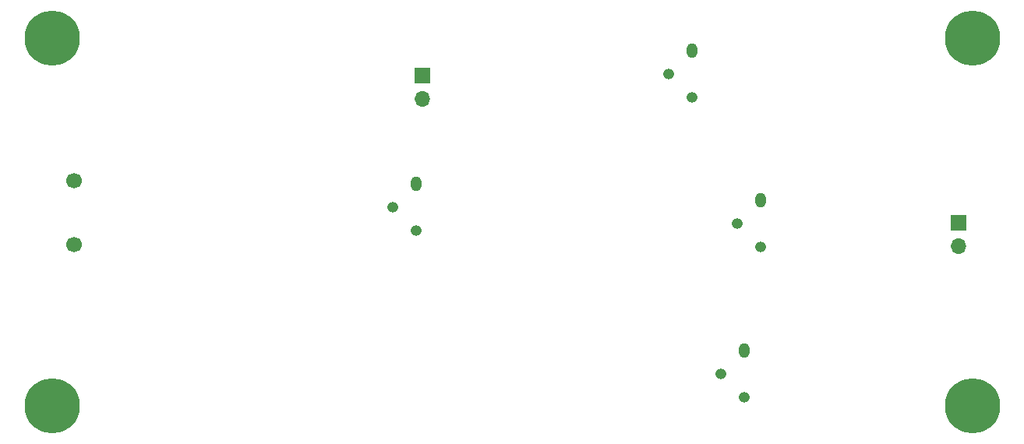
<source format=gbr>
%TF.GenerationSoftware,KiCad,Pcbnew,8.0.5*%
%TF.CreationDate,2024-10-13T18:39:00+03:00*%
%TF.ProjectId,proect,70726f65-6374-42e6-9b69-6361645f7063,rev?*%
%TF.SameCoordinates,Original*%
%TF.FileFunction,Soldermask,Bot*%
%TF.FilePolarity,Negative*%
%FSLAX46Y46*%
G04 Gerber Fmt 4.6, Leading zero omitted, Abs format (unit mm)*
G04 Created by KiCad (PCBNEW 8.0.5) date 2024-10-13 18:39:00*
%MOMM*%
%LPD*%
G01*
G04 APERTURE LIST*
%ADD10O,1.200000X1.600000*%
%ADD11O,1.200000X1.200000*%
%ADD12C,0.800000*%
%ADD13C,6.000000*%
%ADD14R,1.700000X1.700000*%
%ADD15O,1.700000X1.700000*%
%ADD16C,1.700000*%
G04 APERTURE END LIST*
D10*
%TO.C,Q4*%
X81800000Y-39060000D03*
D11*
X79260000Y-41600000D03*
X81800000Y-44140000D03*
%TD*%
D10*
%TO.C,Q3*%
X83600000Y-22760000D03*
D11*
X81060000Y-25300000D03*
X83600000Y-27840000D03*
%TD*%
D10*
%TO.C,Q2*%
X76100000Y-6460000D03*
D11*
X73560000Y-9000000D03*
X76100000Y-11540000D03*
%TD*%
D10*
%TO.C,Q1*%
X46200000Y-20960000D03*
D11*
X43660000Y-23500000D03*
X46200000Y-26040000D03*
%TD*%
D12*
%TO.C,J7*%
X4350000Y-5100000D03*
X5009010Y-3509010D03*
X5009010Y-6690990D03*
X6600000Y-2850000D03*
D13*
X6600000Y-5100000D03*
D12*
X6600000Y-7350000D03*
X8190990Y-3509010D03*
X8190990Y-6690990D03*
X8850000Y-5100000D03*
%TD*%
%TO.C,J6*%
X4350000Y-45100000D03*
X5009010Y-43509010D03*
X5009010Y-46690990D03*
X6600000Y-42850000D03*
D13*
X6600000Y-45100000D03*
D12*
X6600000Y-47350000D03*
X8190990Y-43509010D03*
X8190990Y-46690990D03*
X8850000Y-45100000D03*
%TD*%
%TO.C,J5*%
X104350000Y-5100000D03*
X105009010Y-3509010D03*
X105009010Y-6690990D03*
X106600000Y-2850000D03*
D13*
X106600000Y-5100000D03*
D12*
X106600000Y-7350000D03*
X108190990Y-3509010D03*
X108190990Y-6690990D03*
X108850000Y-5100000D03*
%TD*%
%TO.C,J4*%
X104350000Y-45100000D03*
X105009010Y-43509010D03*
X105009010Y-46690990D03*
X106600000Y-42850000D03*
D13*
X106600000Y-45100000D03*
D12*
X106600000Y-47350000D03*
X108190990Y-43509010D03*
X108190990Y-46690990D03*
X108850000Y-45100000D03*
%TD*%
D14*
%TO.C,J3*%
X46800000Y-9225000D03*
D15*
X46800000Y-11765000D03*
%TD*%
D14*
%TO.C,J2*%
X105100000Y-25225000D03*
D15*
X105100000Y-27765000D03*
%TD*%
D16*
%TO.C,J1*%
X9000000Y-27600000D03*
X9000000Y-20600000D03*
%TD*%
M02*

</source>
